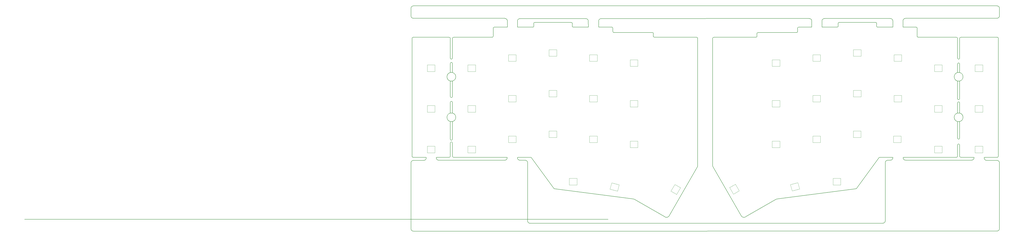
<source format=gm1>
%TF.GenerationSoftware,KiCad,Pcbnew,(5.99.0-10289-g4f191ce2c7)*%
%TF.CreationDate,2021-04-16T01:34:07+03:00*%
%TF.ProjectId,corne-cherry,636f726e-652d-4636-9865-7272792e6b69,3.0.1*%
%TF.SameCoordinates,Original*%
%TF.FileFunction,Profile,NP*%
%FSLAX46Y46*%
G04 Gerber Fmt 4.6, Leading zero omitted, Abs format (unit mm)*
G04 Created by KiCad (PCBNEW (5.99.0-10289-g4f191ce2c7)) date 2021-04-16 01:34:07*
%MOMM*%
%LPD*%
G01*
G04 APERTURE LIST*
%TA.AperFunction,Profile*%
%ADD10C,0.200000*%
%TD*%
%ADD11C,0.200000*%
%TA.AperFunction,Profile*%
%ADD12C,0.120000*%
%TD*%
G04 APERTURE END LIST*
D10*
X29107500Y-36530000D02*
G75*
G03*
X30107500Y-36530000I500000J0D01*
G01*
X30107500Y-36530000D02*
X30107500Y-27280000D01*
X29107500Y-27280000D02*
X29107500Y-36530000D01*
X29107500Y-54530000D02*
X29107500Y-47279999D01*
X30107500Y-54530000D02*
X30107500Y-47279999D01*
X29107500Y-54530000D02*
G75*
G03*
X30107500Y-54530000I500000J0D01*
G01*
X17807500Y-83020309D02*
X17812500Y-83250000D01*
X17812500Y-83250000D02*
X17812300Y-83252000D01*
X17812300Y-83252000D02*
X17812300Y-83252000D01*
X17812300Y-83252000D02*
X17789600Y-83483000D01*
X17789600Y-83483000D02*
X17789600Y-83483000D01*
X17789600Y-83483000D02*
X17789600Y-83483000D01*
X17789600Y-83483000D02*
X17789600Y-83484000D01*
X17789600Y-83484000D02*
X17788600Y-83488000D01*
X17788600Y-83488000D02*
X17787700Y-83493000D01*
X17787700Y-83493000D02*
X17720800Y-83714000D01*
X17720800Y-83714000D02*
X17720600Y-83715000D01*
X17720600Y-83715000D02*
X17718800Y-83719000D01*
X17718800Y-83719000D02*
X17717000Y-83724000D01*
X17717000Y-83724000D02*
X17608200Y-83928000D01*
X17608200Y-83928000D02*
X17607900Y-83929000D01*
X17607900Y-83929000D02*
X17605400Y-83932000D01*
X17605400Y-83932000D02*
X17602800Y-83936000D01*
X17602800Y-83936000D02*
X17456400Y-84116000D01*
X17456400Y-84116000D02*
X17456400Y-84116000D01*
X17456400Y-84116000D02*
X17456400Y-84116000D01*
X17456400Y-84116000D02*
X17455900Y-84116000D01*
X17455900Y-84116000D02*
X17452700Y-84120000D01*
X17452700Y-84120000D02*
X17449500Y-84123000D01*
X17449500Y-84123000D02*
X17270900Y-84271000D01*
X17270900Y-84271000D02*
X17270400Y-84271000D01*
X17270400Y-84271000D02*
X17266600Y-84273000D01*
X17266600Y-84273000D02*
X17262800Y-84276000D01*
X17262800Y-84276000D02*
X17059000Y-84386000D01*
X17059000Y-84386000D02*
X17059000Y-84386000D01*
X17059000Y-84386000D02*
X17059000Y-84386000D01*
X17059000Y-84386000D02*
X17058300Y-84387000D01*
X17058300Y-84387000D02*
X17054200Y-84388000D01*
X17054200Y-84388000D02*
X17050000Y-84390000D01*
X17050000Y-84390000D02*
X16828600Y-84459000D01*
X16828600Y-84459000D02*
X16827900Y-84459000D01*
X16827900Y-84459000D02*
X16823500Y-84460000D01*
X16823500Y-84460000D02*
X16819000Y-84460000D01*
X16819000Y-84460000D02*
X16588500Y-84485000D01*
X16588500Y-84485000D02*
X16587800Y-84485000D01*
X16587800Y-84485000D02*
X16585600Y-84485000D01*
X16585600Y-84485000D02*
X16583500Y-84485000D01*
X16583500Y-84485000D02*
X16577500Y-84485000D01*
X16577500Y-84485000D02*
X16577400Y-84485000D01*
X16577400Y-84485000D02*
X11825200Y-84485000D01*
X11825200Y-84485000D02*
X11819400Y-84485000D01*
X11819400Y-84485000D02*
X11596300Y-84508000D01*
X11596300Y-84508000D02*
X11384300Y-84574000D01*
X11384300Y-84574000D02*
X11189100Y-84680000D01*
X11189100Y-84680000D02*
X11018000Y-84821000D01*
X11018000Y-84821000D02*
X10877800Y-84993000D01*
X10877800Y-84993000D02*
X10773600Y-85189000D01*
X10773600Y-85189000D02*
X10709400Y-85402000D01*
X10709400Y-85402000D02*
X10687500Y-85625000D01*
X10687500Y-116497000D02*
X10687500Y-116503000D01*
X10687500Y-116503000D02*
X10711000Y-116726000D01*
X10711000Y-116726000D02*
X10776600Y-116938000D01*
X10776600Y-116938000D02*
X10882200Y-117133000D01*
X10882200Y-117133000D02*
X11023600Y-117304000D01*
X11023600Y-117304000D02*
X11195700Y-117445000D01*
X11195700Y-117445000D02*
X11391600Y-117549000D01*
X11391600Y-117549000D02*
X11604100Y-117613000D01*
X11604100Y-117613000D02*
X11827400Y-117635000D01*
X-170226350Y-112097500D02*
X103003750Y-112088500D01*
X285055500Y-12038500D02*
X11825200Y-12047500D01*
X11825200Y-12047500D02*
X11819400Y-12047500D01*
X11819400Y-12047500D02*
X11596300Y-12071000D01*
X11596300Y-12071000D02*
X11384300Y-12136600D01*
X11384300Y-12136600D02*
X11189100Y-12242200D01*
X11189100Y-12242200D02*
X11018000Y-12383700D01*
X11018000Y-12383700D02*
X10877800Y-12555700D01*
X10877800Y-12555700D02*
X10773600Y-12751600D01*
X10773600Y-12751600D02*
X10709400Y-12964100D01*
X10709400Y-12964100D02*
X10687500Y-13187500D01*
X10687500Y-13187500D02*
X10687500Y-16747300D01*
X10687500Y-16747300D02*
X10687500Y-16753100D01*
X10687500Y-16753100D02*
X10711000Y-16976200D01*
X10711000Y-16976200D02*
X10776600Y-17188200D01*
X10776600Y-17188200D02*
X10882200Y-17383500D01*
X10882200Y-17383500D02*
X11023600Y-17554500D01*
X11023600Y-17554500D02*
X11195700Y-17694800D01*
X11195700Y-17694800D02*
X11391600Y-17799000D01*
X11391600Y-17799000D02*
X11604100Y-17863100D01*
X11604100Y-17863100D02*
X11827400Y-17885000D01*
X11827400Y-17885000D02*
X54577400Y-17885000D01*
X54577400Y-17885000D02*
X54579900Y-17885300D01*
X54579900Y-17885300D02*
X54579900Y-17885300D01*
X54579900Y-17885300D02*
X54810500Y-17907900D01*
X54810500Y-17907900D02*
X54810500Y-17907900D01*
X54810500Y-17907900D02*
X54810500Y-17907900D01*
X54810500Y-17907900D02*
X54811200Y-17907900D01*
X54811200Y-17907900D02*
X54815600Y-17908900D01*
X54815600Y-17908900D02*
X54820100Y-17909800D01*
X54820100Y-17909800D02*
X55042000Y-17976800D01*
X55042000Y-17976800D02*
X55042600Y-17977000D01*
X55042600Y-17977000D02*
X55046800Y-17978700D01*
X55046800Y-17978700D02*
X55051000Y-17980500D01*
X55051000Y-17980500D02*
X55255600Y-18089300D01*
X55255600Y-18089300D02*
X55255600Y-18089300D01*
X55255600Y-18089300D02*
X55255600Y-18089300D01*
X55255600Y-18089300D02*
X55256200Y-18089600D01*
X55256200Y-18089600D02*
X55260000Y-18092200D01*
X55260000Y-18092200D02*
X55263800Y-18094700D01*
X55263800Y-18094700D02*
X55443400Y-18241200D01*
X55443400Y-18241200D02*
X55443900Y-18241600D01*
X55443900Y-18241600D02*
X55447000Y-18244800D01*
X55447000Y-18244800D02*
X55450300Y-18248000D01*
X55450300Y-18248000D02*
X55598000Y-18426600D01*
X55598000Y-18426600D02*
X55598400Y-18427100D01*
X55598400Y-18427100D02*
X55600900Y-18430900D01*
X55600900Y-18430900D02*
X55603500Y-18434700D01*
X55603500Y-18434700D02*
X55713700Y-18638600D01*
X55713700Y-18638600D02*
X55713700Y-18638600D01*
X55713700Y-18638600D02*
X55713700Y-18638600D01*
X55713700Y-18638600D02*
X55714000Y-18639200D01*
X55714000Y-18639200D02*
X55715700Y-18643400D01*
X55715700Y-18643400D02*
X55717500Y-18647600D01*
X55717500Y-18647600D02*
X55786000Y-18869000D01*
X55786000Y-18869000D02*
X55786200Y-18869600D01*
X55786200Y-18869600D02*
X55787100Y-18874100D01*
X55787100Y-18874100D02*
X55788000Y-18878500D01*
X55788000Y-18878500D02*
X55812200Y-19109000D01*
X55812200Y-19109000D02*
X55812300Y-19109700D01*
X55812300Y-19109700D02*
X55812200Y-19111900D01*
X55812200Y-19111900D02*
X55812500Y-19114100D01*
X55812500Y-19114100D02*
X55812500Y-19120000D01*
X55812500Y-19120000D02*
X55812500Y-19120100D01*
X55812500Y-19120100D02*
X55817500Y-22020252D01*
X60557500Y-83021073D02*
X60562500Y-83247000D01*
X60562500Y-83247000D02*
X60562500Y-83253000D01*
X60562500Y-83253000D02*
X60586000Y-83476000D01*
X60586000Y-83476000D02*
X60651600Y-83688000D01*
X60651600Y-83688000D02*
X60757200Y-83883000D01*
X60757200Y-83883000D02*
X60898600Y-84054000D01*
X60898600Y-84054000D02*
X61070700Y-84195000D01*
X61070700Y-84195000D02*
X61266600Y-84299000D01*
X61266600Y-84299000D02*
X61479100Y-84363000D01*
X61479100Y-84363000D02*
X61702400Y-84385000D01*
X61702400Y-84385000D02*
X64077400Y-84385000D01*
X64077400Y-84385000D02*
X64079900Y-84385000D01*
X64079900Y-84385000D02*
X64079900Y-84385000D01*
X64079900Y-84385000D02*
X64310500Y-84408000D01*
X64310500Y-84408000D02*
X64310500Y-84408000D01*
X64310500Y-84408000D02*
X64310500Y-84408000D01*
X64310500Y-84408000D02*
X64311200Y-84408000D01*
X64311200Y-84408000D02*
X64315600Y-84409000D01*
X64315600Y-84409000D02*
X64320100Y-84410000D01*
X64320100Y-84410000D02*
X64542000Y-84477000D01*
X64542000Y-84477000D02*
X64542599Y-84477000D01*
X64542599Y-84477000D02*
X64546800Y-84479000D01*
X64546800Y-84479000D02*
X64551000Y-84480000D01*
X64551000Y-84480000D02*
X64755600Y-84589000D01*
X64755600Y-84589000D02*
X64755600Y-84589000D01*
X64755600Y-84589000D02*
X64755600Y-84589000D01*
X64755600Y-84589000D02*
X64756199Y-84590000D01*
X64756199Y-84590000D02*
X64759999Y-84592000D01*
X64759999Y-84592000D02*
X64763800Y-84595000D01*
X64763800Y-84595000D02*
X64943400Y-84741000D01*
X64943400Y-84741000D02*
X64943900Y-84742000D01*
X64943900Y-84742000D02*
X64947000Y-84745000D01*
X64947000Y-84745000D02*
X64950300Y-84748000D01*
X64950300Y-84748000D02*
X65098000Y-84927000D01*
X65098000Y-84927000D02*
X65098400Y-84927000D01*
X65098400Y-84927000D02*
X65100900Y-84931000D01*
X65100900Y-84931000D02*
X65103500Y-84935000D01*
X65103500Y-84935000D02*
X65213700Y-85139000D01*
X65213700Y-85139000D02*
X65213700Y-85139000D01*
X65213700Y-85139000D02*
X65213700Y-85139000D01*
X65213700Y-85139000D02*
X65214000Y-85139000D01*
X65214000Y-85139000D02*
X65215700Y-85143000D01*
X65215700Y-85143000D02*
X65217500Y-85148000D01*
X65217500Y-85148000D02*
X65286000Y-85369000D01*
X65286000Y-85369000D02*
X65286200Y-85370000D01*
X65286200Y-85370000D02*
X65287100Y-85374000D01*
X65287100Y-85374000D02*
X65288000Y-85379000D01*
X65288000Y-85379000D02*
X65312200Y-85609000D01*
X65312200Y-85609000D02*
X65312300Y-85610000D01*
X65312300Y-85610000D02*
X65312200Y-85612000D01*
X65312200Y-85612000D02*
X65312500Y-85614000D01*
X65312500Y-85614000D02*
X65312500Y-85620000D01*
X65312500Y-85620000D02*
X65312500Y-85620000D01*
X65312500Y-85620000D02*
X65312500Y-112797000D01*
X65312500Y-112797000D02*
X65312500Y-112803000D01*
X65312500Y-112803000D02*
X65336000Y-113026000D01*
X65336000Y-113026000D02*
X65401600Y-113238000D01*
X65401600Y-113238000D02*
X65507200Y-113433000D01*
X65507200Y-113433000D02*
X65648600Y-113604000D01*
X65648600Y-113604000D02*
X65820700Y-113745000D01*
X65820700Y-113745000D02*
X66016600Y-113849000D01*
X66016600Y-113849000D02*
X66229100Y-113913000D01*
X66229100Y-113913000D02*
X66452400Y-113935000D01*
X66454500Y-113934000D02*
X231619500Y-113926000D01*
X197180500Y-17976000D02*
X99700500Y-17985000D01*
X99700500Y-17985000D02*
X99694500Y-17985000D01*
X99694500Y-17985000D02*
X99471500Y-18008500D01*
X99471500Y-18008500D02*
X99259500Y-18074100D01*
X99259500Y-18074100D02*
X99064500Y-18179700D01*
X99064500Y-18179700D02*
X98893500Y-18321200D01*
X98893500Y-18321200D02*
X98752500Y-18493200D01*
X98752500Y-18493200D02*
X98648500Y-18689100D01*
X98648500Y-18689100D02*
X98584500Y-18901600D01*
X98584500Y-18901600D02*
X98562500Y-19125000D01*
X98562500Y-19125000D02*
X98567500Y-22018729D01*
X22567500Y-83020309D02*
X22562500Y-83247000D01*
X22562500Y-83247000D02*
X22562500Y-83253000D01*
X22562500Y-83253000D02*
X22586000Y-83476000D01*
X22586000Y-83476000D02*
X22651600Y-83688000D01*
X22651600Y-83688000D02*
X22757200Y-83883000D01*
X22757200Y-83883000D02*
X22898600Y-84054000D01*
X22898600Y-84054000D02*
X23070700Y-84195000D01*
X23070700Y-84195000D02*
X23266600Y-84299000D01*
X23266600Y-84299000D02*
X23479100Y-84363000D01*
X23479100Y-84363000D02*
X23702400Y-84385000D01*
X23702400Y-84385000D02*
X54574800Y-84385000D01*
X54574800Y-84385000D02*
X54580600Y-84385000D01*
X54580600Y-84385000D02*
X54803700Y-84362000D01*
X54803700Y-84362000D02*
X55015700Y-84296000D01*
X55015700Y-84296000D02*
X55210900Y-84190000D01*
X55210900Y-84190000D02*
X55382000Y-84049000D01*
X55382000Y-84049000D02*
X55522200Y-83877000D01*
X55522200Y-83877000D02*
X55626400Y-83681000D01*
X55626400Y-83681000D02*
X55690600Y-83468000D01*
X55690600Y-83468000D02*
X55712500Y-83245000D01*
X55712500Y-83245000D02*
X55717500Y-83020309D01*
X93727500Y-22020252D02*
X93712500Y-19122700D01*
X93712500Y-19122700D02*
X93712500Y-19116900D01*
X93712500Y-19116900D02*
X93689000Y-18893800D01*
X93689000Y-18893800D02*
X93623400Y-18681800D01*
X93623400Y-18681800D02*
X93517800Y-18486600D01*
X93517800Y-18486600D02*
X93376300Y-18315600D01*
X93376300Y-18315600D02*
X93204300Y-18175300D01*
X93204300Y-18175300D02*
X93008400Y-18071100D01*
X93008400Y-18071100D02*
X92795900Y-18006900D01*
X92795900Y-18006900D02*
X92572600Y-17985000D01*
X92572600Y-17985000D02*
X61700200Y-17985000D01*
X61700200Y-17985000D02*
X61694400Y-17985000D01*
X61694400Y-17985000D02*
X61471300Y-18008500D01*
X61471300Y-18008500D02*
X61259300Y-18074100D01*
X61259300Y-18074100D02*
X61064100Y-18179700D01*
X61064100Y-18179700D02*
X60893000Y-18321200D01*
X60893000Y-18321200D02*
X60752800Y-18493200D01*
X60752800Y-18493200D02*
X60648600Y-18689100D01*
X60648600Y-18689100D02*
X60584400Y-18901600D01*
X60584400Y-18901600D02*
X60562500Y-19125000D01*
X60562500Y-19125000D02*
X60577500Y-22018729D01*
X10687500Y-85625000D02*
X10687500Y-116497000D01*
X236317500Y-22026729D02*
X236319500Y-19113700D01*
X236319500Y-19113700D02*
X236319500Y-19107900D01*
X236319500Y-19107900D02*
X236296500Y-18884800D01*
X236296500Y-18884800D02*
X236230500Y-18672800D01*
X236230500Y-18672800D02*
X236125500Y-18477600D01*
X236125500Y-18477600D02*
X235983500Y-18306600D01*
X235983500Y-18306600D02*
X235811500Y-18166300D01*
X235811500Y-18166300D02*
X235615500Y-18062100D01*
X235615500Y-18062100D02*
X235403500Y-17997900D01*
X235403500Y-17997900D02*
X235180500Y-17976000D01*
X235180500Y-17976000D02*
X204307500Y-17976000D01*
X204307500Y-17976000D02*
X204301500Y-17976000D01*
X204301500Y-17976000D02*
X204078500Y-17999500D01*
X204078500Y-17999500D02*
X203866500Y-18065100D01*
X203866500Y-18065100D02*
X203671500Y-18170700D01*
X203671500Y-18170700D02*
X203500500Y-18312200D01*
X203500500Y-18312200D02*
X203360500Y-18484200D01*
X203360500Y-18484200D02*
X203256500Y-18680100D01*
X203256500Y-18680100D02*
X203191500Y-18892600D01*
X203191500Y-18892600D02*
X203170500Y-19116000D01*
X203170500Y-19116000D02*
X203167500Y-22028252D01*
X280302500Y-84476000D02*
X280071500Y-84453000D01*
X285864500Y-117290000D02*
X286004500Y-117118000D01*
X197811500Y-18166300D02*
X197615500Y-18062100D01*
X197983500Y-18306600D02*
X197811500Y-18166300D01*
X286194500Y-85608000D02*
X286195500Y-116486000D01*
X198327500Y-22026729D02*
X198319500Y-19113700D01*
X198319500Y-19113700D02*
X198319500Y-19107900D01*
X198319500Y-19107900D02*
X198296500Y-18884800D01*
X198296500Y-18884800D02*
X198230500Y-18672800D01*
X198230500Y-18672800D02*
X198125500Y-18477600D01*
X198125500Y-18477600D02*
X197983500Y-18306600D01*
X197615500Y-18062100D02*
X197403500Y-17997900D01*
X197403500Y-17997900D02*
X197180500Y-17976000D01*
X241177500Y-83027309D02*
X241170500Y-83238000D01*
X241170500Y-83238000D02*
X241170500Y-83244000D01*
X241170500Y-83244000D02*
X241193500Y-83467000D01*
X241193500Y-83467000D02*
X241259500Y-83679000D01*
X241259500Y-83679000D02*
X241364500Y-83874000D01*
X241364500Y-83874000D02*
X241506500Y-84045000D01*
X241506500Y-84045000D02*
X241678500Y-84186000D01*
X241678500Y-84186000D02*
X241874500Y-84290000D01*
X241874500Y-84290000D02*
X242086500Y-84354000D01*
X242086500Y-84354000D02*
X242309500Y-84376000D01*
X242309500Y-84376000D02*
X273182500Y-84376000D01*
X273182500Y-84376000D02*
X273188500Y-84376000D01*
X273188500Y-84376000D02*
X273411500Y-84353000D01*
X273411500Y-84353000D02*
X273623500Y-84287000D01*
X273623500Y-84287000D02*
X273818500Y-84181000D01*
X273818500Y-84181000D02*
X273989500Y-84040000D01*
X273989500Y-84040000D02*
X274129500Y-83868000D01*
X274129500Y-83868000D02*
X274233500Y-83672000D01*
X274233500Y-83672000D02*
X274298500Y-83459000D01*
X274298500Y-83459000D02*
X274319500Y-83236000D01*
X274319500Y-83236000D02*
X274327500Y-83027309D01*
X231619500Y-113926000D02*
X231625500Y-113926000D01*
X231625500Y-113926000D02*
X231848500Y-113903000D01*
X231848500Y-113903000D02*
X232060500Y-113837000D01*
X232060500Y-113837000D02*
X232255500Y-113731000D01*
X232255500Y-113731000D02*
X232426500Y-113590000D01*
X232426500Y-113590000D02*
X232567500Y-113418000D01*
X232567500Y-113418000D02*
X232671500Y-113222000D01*
X232671500Y-113222000D02*
X232735500Y-113009000D01*
X232735500Y-113009000D02*
X232757500Y-112786000D01*
X232757500Y-112786000D02*
X232757500Y-85611000D01*
X232757500Y-85611000D02*
X232757500Y-85609000D01*
X232757500Y-85609000D02*
X232757500Y-85609000D01*
X232757500Y-85609000D02*
X232780500Y-85378000D01*
X232780500Y-85378000D02*
X232780500Y-85378000D01*
X232780500Y-85378000D02*
X232780500Y-85378000D01*
X232780500Y-85378000D02*
X232780500Y-85377000D01*
X232780500Y-85377000D02*
X232781500Y-85373000D01*
X232781500Y-85373000D02*
X232782500Y-85368000D01*
X232782500Y-85368000D02*
X232849500Y-85147000D01*
X232849500Y-85147000D02*
X232849500Y-85146000D01*
X232849500Y-85146000D02*
X232851500Y-85142000D01*
X232851500Y-85142000D02*
X232852500Y-85138000D01*
X232852500Y-85138000D02*
X232961500Y-84933000D01*
X232961500Y-84933000D02*
X232961500Y-84933000D01*
X232961500Y-84933000D02*
X232961500Y-84933000D01*
X232961500Y-84933000D02*
X232962500Y-84932000D01*
X232962500Y-84932000D02*
X232964500Y-84929000D01*
X232964500Y-84929000D02*
X232967500Y-84925000D01*
X232967500Y-84925000D02*
X233113500Y-84745000D01*
X233113500Y-84745000D02*
X233114500Y-84745000D01*
X233114500Y-84745000D02*
X233117500Y-84741000D01*
X233117500Y-84741000D02*
X233120500Y-84738000D01*
X233120500Y-84738000D02*
X233299500Y-84591000D01*
X233299500Y-84591000D02*
X233299500Y-84590000D01*
X233299500Y-84590000D02*
X233303500Y-84588000D01*
X233303500Y-84588000D02*
X233307500Y-84585000D01*
X233307500Y-84585000D02*
X233511500Y-84475000D01*
X233511500Y-84475000D02*
X233511500Y-84475000D01*
X233511500Y-84475000D02*
X233511500Y-84475000D01*
X233511500Y-84475000D02*
X233511500Y-84474000D01*
X233511500Y-84474000D02*
X233515500Y-84473000D01*
X233515500Y-84473000D02*
X233520500Y-84471000D01*
X233520500Y-84471000D02*
X233741500Y-84403000D01*
X233741500Y-84403000D02*
X233741500Y-84403000D01*
X233741500Y-84403000D02*
X233742500Y-84402000D01*
X233742500Y-84402000D02*
X233746500Y-84401000D01*
X233746500Y-84401000D02*
X233750500Y-84401000D01*
X233750500Y-84401000D02*
X233981500Y-84376000D01*
X233981500Y-84376000D02*
X233982500Y-84376000D01*
X233982500Y-84376000D02*
X233984500Y-84376000D01*
X233984500Y-84376000D02*
X233986500Y-84376000D01*
X233986500Y-84376000D02*
X233992500Y-84376000D01*
X233992500Y-84376000D02*
X233992500Y-84376000D01*
X233992500Y-84376000D02*
X235182500Y-84376000D01*
X235182500Y-84376000D02*
X235188500Y-84376000D01*
X235188500Y-84376000D02*
X235411500Y-84353000D01*
X235411500Y-84353000D02*
X235623500Y-84287000D01*
X235623500Y-84287000D02*
X235818500Y-84181000D01*
X235818500Y-84181000D02*
X235989500Y-84040000D01*
X235989500Y-84040000D02*
X236129500Y-83868000D01*
X236129500Y-83868000D02*
X236233500Y-83672000D01*
X236233500Y-83672000D02*
X236298500Y-83459000D01*
X236298500Y-83459000D02*
X236320500Y-83236000D01*
X236320500Y-83236000D02*
X236327500Y-83028073D01*
X241092500Y-18877300D02*
X241093500Y-18872900D01*
X241093500Y-18872900D02*
X241094500Y-18868400D01*
X241094500Y-18868400D02*
X241161500Y-18646500D01*
X241161500Y-18646500D02*
X241161500Y-18645900D01*
X241161500Y-18645900D02*
X241163500Y-18641700D01*
X241163500Y-18641700D02*
X241165500Y-18637500D01*
X241165500Y-18637500D02*
X241274500Y-18432900D01*
X241274500Y-18432900D02*
X241274500Y-18432900D01*
X241274500Y-18432900D02*
X241274500Y-18432900D01*
X241274500Y-18432900D02*
X241274500Y-18432300D01*
X241274500Y-18432300D02*
X241277500Y-18428500D01*
X241277500Y-18428500D02*
X241279500Y-18424800D01*
X241279500Y-18424800D02*
X241426500Y-18245200D01*
X241426500Y-18245200D02*
X241426500Y-18244600D01*
X241426500Y-18244600D02*
X241429500Y-18241500D01*
X241429500Y-18241500D02*
X241433500Y-18238200D01*
X241433500Y-18238200D02*
X241611500Y-18090500D01*
X241611500Y-18090500D02*
X241612500Y-18090100D01*
X241612500Y-18090100D02*
X241615500Y-18087600D01*
X241615500Y-18087600D02*
X241619500Y-18085100D01*
X241619500Y-18085100D02*
X241823500Y-17974800D01*
X241823500Y-17974800D02*
X241823500Y-17974800D01*
X241823500Y-17974800D02*
X241823500Y-17974800D01*
X241823500Y-17974800D02*
X241824500Y-17974500D01*
X241824500Y-17974500D02*
X241828500Y-17972800D01*
X241828500Y-17972800D02*
X241832500Y-17971000D01*
X241832500Y-17971000D02*
X242053500Y-17902500D01*
X242053500Y-17902500D02*
X242053500Y-17902500D01*
X242053500Y-17902500D02*
X242054500Y-17902300D01*
X242054500Y-17902300D02*
X242059500Y-17901500D01*
X242059500Y-17901500D02*
X242063500Y-17900500D01*
X242063500Y-17900500D02*
X242293500Y-17876300D01*
X242293500Y-17876300D02*
X242294500Y-17876300D01*
X242294500Y-17876300D02*
X242296500Y-17876300D01*
X242296500Y-17876300D02*
X242299500Y-17876000D01*
X242299500Y-17876000D02*
X242304500Y-17876000D01*
X242304500Y-17876000D02*
X242305500Y-17876000D01*
X242305500Y-17876000D02*
X285057500Y-17876000D01*
X285057500Y-17876000D02*
X285063500Y-17876000D01*
X285063500Y-17876000D02*
X285286500Y-17852600D01*
X285286500Y-17852600D02*
X285498500Y-17786900D01*
X285498500Y-17786900D02*
X285693500Y-17681400D01*
X285693500Y-17681400D02*
X285864500Y-17539900D01*
X285864500Y-17539900D02*
X286004500Y-17367900D01*
X286004500Y-17367900D02*
X286108500Y-17171900D01*
X286108500Y-17171900D02*
X286173500Y-16959400D01*
X286173500Y-16959400D02*
X286195500Y-16736100D01*
X286195500Y-16736100D02*
X286194500Y-13176200D01*
X286194500Y-13176200D02*
X286194500Y-13170400D01*
X286194500Y-13170400D02*
X286171500Y-12947300D01*
X286171500Y-12947300D02*
X286105500Y-12735300D01*
X286105500Y-12735300D02*
X286000500Y-12540100D01*
X286000500Y-12540100D02*
X285858500Y-12369100D01*
X285858500Y-12369100D02*
X285686500Y-12228800D01*
X285686500Y-12228800D02*
X285490500Y-12124600D01*
X285490500Y-12124600D02*
X285278500Y-12060400D01*
X285278500Y-12060400D02*
X285055500Y-12038500D01*
X241077500Y-22028252D02*
X241069500Y-19111100D01*
X241069500Y-19111100D02*
X241070500Y-19108600D01*
X241070500Y-19108600D02*
X241092500Y-18878000D01*
X241092500Y-18878000D02*
X241092500Y-18878000D01*
X241092500Y-18878000D02*
X241092500Y-18878000D01*
X241092500Y-18878000D02*
X241092500Y-18877300D01*
X279070500Y-83251000D02*
X279070500Y-83249000D01*
X279070500Y-83249000D02*
X279070500Y-83247000D01*
X279070500Y-83247000D02*
X279070500Y-83241000D01*
X279070500Y-83241000D02*
X279069500Y-83241000D01*
X279069500Y-83241000D02*
X279077500Y-83028073D01*
X279165500Y-83713000D02*
X279096500Y-83492000D01*
X279096500Y-83492000D02*
X279096500Y-83491000D01*
X279096500Y-83491000D02*
X279095500Y-83487000D01*
X279095500Y-83487000D02*
X279094500Y-83483000D01*
X279094500Y-83483000D02*
X279070500Y-83252000D01*
X279070500Y-83252000D02*
X279070500Y-83251000D01*
X285057500Y-117626000D02*
X285063500Y-117626000D01*
X285063500Y-117626000D02*
X285286500Y-117603000D01*
X285286500Y-117603000D02*
X285498500Y-117537000D01*
X285498500Y-117537000D02*
X285693500Y-117431000D01*
X285693500Y-117431000D02*
X285864500Y-117290000D01*
X286004500Y-117118000D02*
X286108500Y-116922000D01*
X286108500Y-116922000D02*
X286173500Y-116709000D01*
X286173500Y-116709000D02*
X286195500Y-116486000D01*
X286194500Y-85608000D02*
X286171500Y-85385000D01*
X286171500Y-85385000D02*
X286105500Y-85173000D01*
X286105500Y-85173000D02*
X286000500Y-84978000D01*
X286000500Y-84978000D02*
X285858500Y-84807000D01*
X285858500Y-84807000D02*
X285686500Y-84666000D01*
X285686500Y-84666000D02*
X285490500Y-84562000D01*
X285490500Y-84562000D02*
X285278500Y-84498000D01*
X285278500Y-84498000D02*
X285055500Y-84476000D01*
X285055500Y-84476000D02*
X280305500Y-84476000D01*
X280305500Y-84476000D02*
X280302500Y-84476000D01*
X280302500Y-84476000D02*
X280302500Y-84476000D01*
X280071500Y-84453000D02*
X280071500Y-84453000D01*
X280071500Y-84453000D02*
X280071500Y-84453000D01*
X280071500Y-84453000D02*
X280071500Y-84453000D01*
X280071500Y-84453000D02*
X280066500Y-84452000D01*
X280066500Y-84452000D02*
X280062500Y-84451000D01*
X280062500Y-84451000D02*
X279840500Y-84384000D01*
X279840500Y-84384000D02*
X279839500Y-84384000D01*
X279839500Y-84384000D02*
X279835500Y-84382000D01*
X279835500Y-84382000D02*
X279831500Y-84381000D01*
X279831500Y-84381000D02*
X279626500Y-84272000D01*
X279626500Y-84272000D02*
X279626500Y-84272000D01*
X279626500Y-84272000D02*
X279626500Y-84271000D01*
X279626500Y-84271000D02*
X279622500Y-84269000D01*
X279622500Y-84269000D02*
X279618500Y-84266000D01*
X279618500Y-84266000D02*
X279439500Y-84120000D01*
X279439500Y-84120000D02*
X279439500Y-84120000D01*
X279439500Y-84120000D02*
X279439500Y-84120000D01*
X279439500Y-84120000D02*
X279438500Y-84119000D01*
X279438500Y-84119000D02*
X279435500Y-84116000D01*
X279435500Y-84116000D02*
X279432500Y-84113000D01*
X279432500Y-84113000D02*
X279284500Y-83934000D01*
X279284500Y-83934000D02*
X279284500Y-83934000D01*
X279284500Y-83934000D02*
X279281500Y-83930000D01*
X279281500Y-83930000D02*
X279279500Y-83926000D01*
X279279500Y-83926000D02*
X279168500Y-83722000D01*
X279168500Y-83722000D02*
X279168500Y-83722000D01*
X279168500Y-83722000D02*
X279168500Y-83722000D01*
X279168500Y-83722000D02*
X279168500Y-83722000D01*
X279168500Y-83722000D02*
X279166500Y-83718000D01*
X279166500Y-83718000D02*
X279165500Y-83713000D01*
D11*
X181629500Y-102678000D02*
X181831194Y-102623772D01*
X182035714Y-102581995D01*
X182242483Y-102552784D01*
X182284056Y-102548460D01*
X152181791Y-87625717D02*
X152092308Y-87446848D01*
X152016826Y-87232231D01*
X151970652Y-87009589D01*
X151954558Y-86781896D01*
X151954700Y-86753228D01*
D10*
X191706177Y-24025707D02*
X191706177Y-22527109D01*
X173204835Y-24526087D02*
X191205797Y-24526087D01*
D11*
X151954700Y-27278174D02*
X152004025Y-27061480D01*
X152136643Y-26892482D01*
X152329668Y-26794061D01*
X152454583Y-26778301D01*
D10*
X151955216Y-27276904D02*
X151955216Y-86750945D01*
X285704628Y-27278174D02*
X285706404Y-82526930D01*
X211205737Y-19776292D02*
X228205940Y-19776292D01*
X210705358Y-21526350D02*
X210705358Y-20276671D01*
X192206556Y-22026729D02*
X198327500Y-22026729D01*
X181629500Y-102678000D02*
X167335417Y-110939084D01*
X172706995Y-25026466D02*
X172704713Y-26278179D01*
D11*
X172704713Y-25028242D02*
X172753965Y-24811463D01*
X172886565Y-24642379D01*
X173079623Y-24543895D01*
X173204577Y-24528121D01*
D10*
X247705501Y-22527109D02*
X247705501Y-26276145D01*
X229206699Y-22026729D02*
X236317500Y-22026729D01*
X228706320Y-20276671D02*
X228706320Y-21526350D01*
X152455595Y-26776525D02*
X172204592Y-26778301D01*
D11*
X285704628Y-82528200D02*
X285655268Y-82744959D01*
X285522578Y-82913978D01*
X285329467Y-83012363D01*
X285204506Y-83028073D01*
X285204506Y-83028073D02*
X285204501Y-83028073D01*
X285204501Y-26778301D02*
X285421283Y-26827550D01*
X285590371Y-26960154D01*
X285688854Y-27153216D01*
X285704628Y-27278169D01*
X285704628Y-27278169D02*
X285704628Y-27278174D01*
X248204611Y-26778301D02*
X247987827Y-26729049D01*
X247818742Y-26596443D01*
X247720261Y-26403380D01*
X247704489Y-26278427D01*
X247704489Y-26278427D02*
X247704489Y-26278179D01*
X247204616Y-22028252D02*
X247421308Y-22077580D01*
X247590305Y-22210193D01*
X247688727Y-22403212D01*
X247704489Y-22528126D01*
X229204665Y-22028252D02*
X228987881Y-21979001D01*
X228818796Y-21846395D01*
X228720316Y-21653331D01*
X228704544Y-21528379D01*
X228704544Y-21528379D02*
X228704544Y-21528126D01*
X228204670Y-19778068D02*
X228421429Y-19827427D01*
X228590449Y-19960116D01*
X228688834Y-20153228D01*
X228704544Y-20278189D01*
X228704544Y-20278189D02*
X228704544Y-20278194D01*
X210704594Y-20278194D02*
X210753843Y-20061411D01*
X210886448Y-19892324D01*
X211079512Y-19793840D01*
X211204467Y-19778068D01*
X211204467Y-19778068D02*
X211204467Y-19778068D01*
X210704594Y-21528126D02*
X210655343Y-21744908D01*
X210522738Y-21913995D01*
X210329674Y-22012479D01*
X210204720Y-22028252D01*
X210204720Y-22028252D02*
X210204472Y-22028252D01*
X191704649Y-22528126D02*
X191753976Y-22311433D01*
X191886589Y-22142436D01*
X192079608Y-22044014D01*
X192204522Y-22028252D01*
X191704649Y-24028247D02*
X191655289Y-24245004D01*
X191522601Y-24414024D01*
X191329489Y-24512410D01*
X191204527Y-24528121D01*
D10*
X165407300Y-110559612D02*
X152181276Y-87627245D01*
D11*
X165410396Y-110564226D02*
X165407300Y-110559612D01*
X167335417Y-110939084D02*
X167151360Y-111043872D01*
X166958612Y-111117871D01*
X166760437Y-111161717D01*
X166560101Y-111176047D01*
X166295270Y-111150338D01*
X166040143Y-111074794D01*
X165859822Y-110986338D01*
X165692581Y-110871334D01*
X165541683Y-110730418D01*
X165410396Y-110564226D01*
D10*
X218954506Y-97778087D02*
X182284056Y-102548460D01*
D11*
X219308071Y-97631789D02*
X219134516Y-97744619D01*
X218954506Y-97778087D01*
D10*
X229851095Y-83174629D02*
X219308071Y-97631789D01*
D11*
X172704713Y-26278179D02*
X172655456Y-26494960D01*
X172522849Y-26664046D01*
X172329784Y-26762528D01*
X172204830Y-26778301D01*
X172204830Y-26778301D02*
X172204592Y-26778301D01*
D10*
X66690339Y-83020073D02*
X60557500Y-83021073D01*
X11690499Y-83020073D02*
X17807500Y-83020309D01*
X49690384Y-22020252D02*
X55817500Y-22020252D01*
X86690528Y-22020252D02*
X93727500Y-22020252D01*
D11*
X124690170Y-26770301D02*
X124690408Y-26770301D01*
X124190287Y-26270179D02*
X124239543Y-26486960D01*
X124372150Y-26656046D01*
X124565215Y-26754528D01*
X124690170Y-26770301D01*
D10*
X67043905Y-83166629D02*
X77586929Y-97623789D01*
X77940494Y-97770087D02*
X114610944Y-102540460D01*
D11*
X129559583Y-110931084D02*
X129743639Y-111035872D01*
X129936387Y-111109871D01*
X130134562Y-111153717D01*
X130334898Y-111168047D01*
X130599729Y-111142338D01*
X130854856Y-111066794D01*
X131035177Y-110978338D01*
X131202418Y-110863334D01*
X131353316Y-110722418D01*
X131484604Y-110556226D01*
X131484604Y-110556226D02*
X131487700Y-110551612D01*
D10*
X131487700Y-110551612D02*
X144713724Y-87619245D01*
D11*
X105190351Y-24020247D02*
X105239710Y-24237004D01*
X105372398Y-24406024D01*
X105565510Y-24504410D01*
X105690473Y-24520121D01*
X105190351Y-22520126D02*
X105141023Y-22303433D01*
X105008410Y-22134436D01*
X104815391Y-22036014D01*
X104690478Y-22020252D01*
X86690280Y-22020252D02*
X86690528Y-22020252D01*
X86190406Y-21520126D02*
X86239656Y-21736908D01*
X86372261Y-21905995D01*
X86565325Y-22004479D01*
X86690280Y-22020252D01*
X85690533Y-19770068D02*
X85690533Y-19770068D01*
X86190406Y-20270194D02*
X86141156Y-20053411D01*
X86008551Y-19884324D01*
X85815487Y-19785840D01*
X85690533Y-19770068D01*
X68190456Y-20270189D02*
X68190456Y-20270194D01*
X68690330Y-19770068D02*
X68473570Y-19819427D01*
X68304550Y-19952116D01*
X68206165Y-20145228D01*
X68190456Y-20270189D01*
X68190456Y-21520379D02*
X68190456Y-21520126D01*
X67690335Y-22020252D02*
X67907118Y-21971001D01*
X68076203Y-21838395D01*
X68174683Y-21645331D01*
X68190456Y-21520379D01*
X49690384Y-22020252D02*
X49473691Y-22069580D01*
X49304694Y-22202193D01*
X49206272Y-22395212D01*
X49190511Y-22520126D01*
X49190511Y-26270427D02*
X49190511Y-26270179D01*
X48690389Y-26770301D02*
X48907172Y-26721049D01*
X49076257Y-26588443D01*
X49174738Y-26395380D01*
X49190511Y-26270427D01*
X11190372Y-27270169D02*
X11190372Y-27270174D01*
X11690499Y-26770301D02*
X11473716Y-26819550D01*
X11304628Y-26952154D01*
X11206145Y-27145216D01*
X11190372Y-27270169D01*
X11690494Y-83020073D02*
X11690499Y-83020073D01*
X11190372Y-82520200D02*
X11239731Y-82736959D01*
X11372421Y-82905978D01*
X11565532Y-83004363D01*
X11690494Y-83020073D01*
D10*
X144439405Y-26768525D02*
X124690408Y-26770301D01*
X68190456Y-20270194D02*
X68188680Y-21518350D01*
X67688301Y-22018729D02*
X60577500Y-22018729D01*
X49189499Y-22519109D02*
X49189499Y-26268145D01*
D11*
X124190287Y-25020242D02*
X124141034Y-24803463D01*
X124008434Y-24634379D01*
X123815376Y-24535895D01*
X123690423Y-24520121D01*
D10*
X124188005Y-25018466D02*
X124190287Y-26270179D01*
X115265500Y-102670000D02*
X129559583Y-110931084D01*
X104688444Y-22018729D02*
X98567500Y-22018729D01*
X86189642Y-21518350D02*
X86189642Y-20268671D01*
X85689263Y-19768292D02*
X68689060Y-19768292D01*
X11190372Y-27270174D02*
X11188596Y-82518930D01*
X144939784Y-27268904D02*
X144939784Y-86742945D01*
D11*
X144940300Y-27270174D02*
X144890974Y-27053480D01*
X144758356Y-26884482D01*
X144565331Y-26786061D01*
X144440417Y-26770301D01*
D10*
X123690165Y-24518087D02*
X105689203Y-24518087D01*
X105188823Y-24017707D02*
X105188823Y-22519109D01*
D11*
X144713209Y-87617717D02*
X144802691Y-87438848D01*
X144878173Y-87224231D01*
X144924347Y-87001589D01*
X144940441Y-86773896D01*
X144940300Y-86745228D01*
X229851095Y-83174629D02*
X230024624Y-83061650D01*
X230204661Y-83028073D01*
X77586929Y-97623789D02*
X77760483Y-97736619D01*
X77940494Y-97770087D01*
X67043905Y-83166629D02*
X66870375Y-83053650D01*
X66690339Y-83020073D01*
X115265500Y-102670000D02*
X115063805Y-102615772D01*
X114859285Y-102573995D01*
X114652516Y-102544784D01*
X114610944Y-102540460D01*
D10*
X266607500Y-57530000D02*
G75*
G02*
X267607500Y-57530000I500000J0D01*
G01*
X266607500Y-66279998D02*
G75*
G03*
X267607500Y-66279998I500000J1999998D01*
G01*
X266607500Y-47279999D02*
G75*
G02*
X266607500Y-43280001I500000J1999999D01*
G01*
X266107500Y-83030000D02*
G75*
G03*
X266607500Y-82530000I0J500000D01*
G01*
X266107500Y-26780000D02*
X248204611Y-26778301D01*
X29107501Y-43280002D02*
G75*
G02*
X30107500Y-43280002I499999J-1999998D01*
G01*
X266107500Y-26780000D02*
G75*
G02*
X266607500Y-27280000I0J-500000D01*
G01*
X30607500Y-83030000D02*
G75*
G02*
X30107500Y-82530000I0J500000D01*
G01*
X29107500Y-74530000D02*
G75*
G03*
X30107500Y-74530000I500000J0D01*
G01*
X267607500Y-27280000D02*
G75*
G02*
X268107500Y-26780000I500000J0D01*
G01*
X29107500Y-76280000D02*
X29107500Y-82530000D01*
X266607500Y-74030000D02*
X266607500Y-66280000D01*
X30107500Y-27280000D02*
G75*
G02*
X30607500Y-26780000I500000J0D01*
G01*
X267607500Y-57530000D02*
X267607500Y-62280000D01*
X29107500Y-76280000D02*
G75*
G02*
X30107500Y-76280000I500000J0D01*
G01*
X29107500Y-57280000D02*
X29107500Y-62280000D01*
X29107500Y-47279999D02*
G75*
G03*
X30107500Y-47279999I500000J1999999D01*
G01*
X230204661Y-83028073D02*
X236327500Y-83028073D01*
X30107500Y-47279999D02*
G75*
G03*
X30107500Y-43280001I-500000J1999999D01*
G01*
X266607500Y-77280000D02*
X266607500Y-82530000D01*
X30107500Y-57280000D02*
X30107500Y-62280000D01*
X267607500Y-66280000D02*
X267607500Y-74030000D01*
X268107500Y-26780000D02*
X285204501Y-26778301D01*
X267607500Y-47279999D02*
X267607500Y-55530000D01*
X30107500Y-66279999D02*
G75*
G03*
X30107500Y-62280001I-500000J1999999D01*
G01*
X28607500Y-83030000D02*
X22567500Y-83020309D01*
X268107500Y-83030000D02*
X274327500Y-83027309D01*
X29107500Y-66279998D02*
G75*
G03*
X30107500Y-66279998I500000J1999998D01*
G01*
X266607500Y-39280000D02*
X266607500Y-43280001D01*
X28607500Y-26780000D02*
X11690499Y-26770301D01*
X268107500Y-83030000D02*
G75*
G02*
X267607500Y-82530000I0J500000D01*
G01*
X266607500Y-55530000D02*
X266607500Y-47279999D01*
X30107500Y-76280000D02*
X30107500Y-82530000D01*
X29107500Y-57280000D02*
G75*
G02*
X30107500Y-57280000I500000J0D01*
G01*
X266607500Y-36530000D02*
G75*
G03*
X267607500Y-36530000I500000J0D01*
G01*
X210204472Y-22028252D02*
X203167500Y-22028252D01*
X28607500Y-26780000D02*
G75*
G02*
X29107500Y-27280000I0J-500000D01*
G01*
X266607501Y-62280002D02*
G75*
G02*
X267607500Y-62280002I499999J-1999998D01*
G01*
X30607500Y-26780000D02*
X48690389Y-26770301D01*
X29107500Y-62280001D02*
G75*
G02*
X30107500Y-62280001I500000J-1999999D01*
G01*
X267607500Y-47279999D02*
G75*
G03*
X267607500Y-43280001I-500000J1999999D01*
G01*
X266607500Y-77280000D02*
G75*
G02*
X267607500Y-77280000I500000J0D01*
G01*
X29107500Y-39030000D02*
X29107500Y-43280000D01*
X266607500Y-62280000D02*
X266607500Y-57530000D01*
X266607500Y-43280002D02*
G75*
G02*
X267607500Y-43280002I500000J-1999998D01*
G01*
X267607500Y-39280000D02*
X267607500Y-43280001D01*
X29107500Y-47279999D02*
G75*
G02*
X29107500Y-43280001I500000J1999999D01*
G01*
X29107500Y-39030000D02*
G75*
G02*
X30107500Y-39030000I500000J0D01*
G01*
X267607500Y-47279998D02*
G75*
G02*
X266607500Y-47279998I-500000J1999998D01*
G01*
X267607500Y-27280000D02*
X267607500Y-36530000D01*
X285204501Y-83028073D02*
X279077500Y-83028073D01*
X30607500Y-83030000D02*
X55717500Y-83020309D01*
X266607500Y-55530000D02*
G75*
G03*
X267607500Y-55530000I500000J0D01*
G01*
X266607500Y-36530000D02*
X266607500Y-27280000D01*
X29107500Y-74530000D02*
X29107500Y-66280000D01*
X266607500Y-74030000D02*
G75*
G03*
X267607500Y-74030000I500000J0D01*
G01*
X285057500Y-117626000D02*
X11827400Y-117635000D01*
X29107500Y-66279999D02*
G75*
G02*
X29107500Y-62280001I500000J1999999D01*
G01*
X266607500Y-39280000D02*
G75*
G02*
X267607500Y-39280000I500000J0D01*
G01*
X28607500Y-83030000D02*
G75*
G03*
X29107500Y-82530000I0J500000D01*
G01*
X266607500Y-66279999D02*
G75*
G02*
X266607500Y-62280001I500000J1999999D01*
G01*
X267607500Y-82530000D02*
X267607500Y-77280000D01*
X30107500Y-39030000D02*
X30107500Y-43280000D01*
X30107500Y-74530000D02*
X30107500Y-66280000D01*
X247204616Y-22028252D02*
X241077500Y-22028252D01*
X266107500Y-83030000D02*
X241177500Y-83027309D01*
X267607500Y-66279999D02*
G75*
G03*
X267607500Y-62280001I-500000J1999999D01*
G01*
D12*
X208307500Y-95967500D02*
X208307500Y-92867500D01*
X208307500Y-92867500D02*
X211907500Y-92867500D01*
X211907500Y-92867500D02*
X211907500Y-95967500D01*
X211907500Y-95967500D02*
X208307500Y-95967500D01*
X198807500Y-57073750D02*
X198807500Y-53973750D01*
X198807500Y-53973750D02*
X202407500Y-53973750D01*
X202407500Y-53973750D02*
X202407500Y-57073750D01*
X202407500Y-57073750D02*
X198807500Y-57073750D01*
X255797500Y-42786250D02*
X255797500Y-39686250D01*
X255797500Y-39686250D02*
X259397500Y-39686250D01*
X259397500Y-39686250D02*
X259397500Y-42786250D01*
X259397500Y-42786250D02*
X255797500Y-42786250D01*
X159875161Y-97166154D02*
X162559839Y-95616154D01*
X162559839Y-95616154D02*
X164359839Y-98733846D01*
X164359839Y-98733846D02*
X161675161Y-100283846D01*
X161675161Y-100283846D02*
X159875161Y-97166154D01*
X179807500Y-78505000D02*
X179807500Y-75405000D01*
X179807500Y-75405000D02*
X183407500Y-75405000D01*
X183407500Y-75405000D02*
X183407500Y-78505000D01*
X183407500Y-78505000D02*
X179807500Y-78505000D01*
X179807500Y-59455000D02*
X179807500Y-56355000D01*
X179807500Y-56355000D02*
X183407500Y-56355000D01*
X183407500Y-56355000D02*
X183407500Y-59455000D01*
X183407500Y-59455000D02*
X179807500Y-59455000D01*
X179807500Y-40405000D02*
X179807500Y-37305000D01*
X179807500Y-37305000D02*
X183407500Y-37305000D01*
X183407500Y-37305000D02*
X183407500Y-40405000D01*
X183407500Y-40405000D02*
X179807500Y-40405000D01*
X189150003Y-98823059D02*
X188347664Y-95828689D01*
X188347664Y-95828689D02*
X191824997Y-94896941D01*
X191824997Y-94896941D02*
X192627336Y-97891311D01*
X192627336Y-97891311D02*
X189150003Y-98823059D01*
X198807500Y-76123750D02*
X198807500Y-73023750D01*
X198807500Y-73023750D02*
X202407500Y-73023750D01*
X202407500Y-73023750D02*
X202407500Y-76123750D01*
X202407500Y-76123750D02*
X198807500Y-76123750D01*
X198797500Y-38023750D02*
X198797500Y-34923750D01*
X198797500Y-34923750D02*
X202397500Y-34923750D01*
X202397500Y-34923750D02*
X202397500Y-38023750D01*
X202397500Y-38023750D02*
X198797500Y-38023750D01*
X217797500Y-73742500D02*
X217797500Y-70642500D01*
X217797500Y-70642500D02*
X221397500Y-70642500D01*
X221397500Y-70642500D02*
X221397500Y-73742500D01*
X221397500Y-73742500D02*
X217797500Y-73742500D01*
X217807500Y-54692500D02*
X217807500Y-51592500D01*
X217807500Y-51592500D02*
X221407500Y-51592500D01*
X221407500Y-51592500D02*
X221407500Y-54692500D01*
X221407500Y-54692500D02*
X217807500Y-54692500D01*
X217807500Y-35642500D02*
X217807500Y-32542500D01*
X217807500Y-32542500D02*
X221407500Y-32542500D01*
X221407500Y-32542500D02*
X221407500Y-35642500D01*
X221407500Y-35642500D02*
X217807500Y-35642500D01*
X236588750Y-76123750D02*
X236588750Y-73023750D01*
X236588750Y-73023750D02*
X240188750Y-73023750D01*
X240188750Y-73023750D02*
X240188750Y-76123750D01*
X240188750Y-76123750D02*
X236588750Y-76123750D01*
X236807500Y-57073750D02*
X236807500Y-53973750D01*
X236807500Y-53973750D02*
X240407500Y-53973750D01*
X240407500Y-53973750D02*
X240407500Y-57073750D01*
X240407500Y-57073750D02*
X236807500Y-57073750D01*
X236807500Y-38023750D02*
X236807500Y-34923750D01*
X236807500Y-34923750D02*
X240407500Y-34923750D01*
X240407500Y-34923750D02*
X240407500Y-38023750D01*
X240407500Y-38023750D02*
X236807500Y-38023750D01*
X255807500Y-80886250D02*
X255807500Y-77786250D01*
X255807500Y-77786250D02*
X259407500Y-77786250D01*
X259407500Y-77786250D02*
X259407500Y-80886250D01*
X259407500Y-80886250D02*
X255807500Y-80886250D01*
X255807500Y-61836250D02*
X255807500Y-58736250D01*
X255807500Y-58736250D02*
X259407500Y-58736250D01*
X259407500Y-58736250D02*
X259407500Y-61836250D01*
X259407500Y-61836250D02*
X255807500Y-61836250D01*
X274807500Y-80886250D02*
X274807500Y-77786250D01*
X274807500Y-77786250D02*
X278407500Y-77786250D01*
X278407500Y-77786250D02*
X278407500Y-80886250D01*
X278407500Y-80886250D02*
X274807500Y-80886250D01*
X274797500Y-61836250D02*
X274797500Y-58736250D01*
X274797500Y-58736250D02*
X278397500Y-58736250D01*
X278397500Y-58736250D02*
X278397500Y-61836250D01*
X278397500Y-61836250D02*
X274797500Y-61836250D01*
X274807500Y-42786250D02*
X274807500Y-39686250D01*
X274807500Y-39686250D02*
X278407500Y-39686250D01*
X278407500Y-39686250D02*
X278407500Y-42786250D01*
X278407500Y-42786250D02*
X274807500Y-42786250D01*
X135091108Y-100403846D02*
X132406430Y-98853846D01*
X132406430Y-98853846D02*
X134206430Y-95736154D01*
X134206430Y-95736154D02*
X136891108Y-97286154D01*
X136891108Y-97286154D02*
X135091108Y-100403846D01*
X113307500Y-78505000D02*
X113307500Y-75405000D01*
X113307500Y-75405000D02*
X116907500Y-75405000D01*
X116907500Y-75405000D02*
X116907500Y-78505000D01*
X116907500Y-78505000D02*
X113307500Y-78505000D01*
X113307500Y-59455000D02*
X113307500Y-56355000D01*
X113307500Y-56355000D02*
X116907500Y-56355000D01*
X116907500Y-56355000D02*
X116907500Y-59455000D01*
X116907500Y-59455000D02*
X113307500Y-59455000D01*
X113307500Y-40405000D02*
X113307500Y-37305000D01*
X113307500Y-37305000D02*
X116907500Y-37305000D01*
X116907500Y-37305000D02*
X116907500Y-40405000D01*
X116907500Y-40405000D02*
X113307500Y-40405000D01*
X103877664Y-97941311D02*
X104680003Y-94946941D01*
X104680003Y-94946941D02*
X108157336Y-95878689D01*
X108157336Y-95878689D02*
X107354997Y-98873059D01*
X107354997Y-98873059D02*
X103877664Y-97941311D01*
X94307500Y-76123750D02*
X94307500Y-73023750D01*
X94307500Y-73023750D02*
X97907500Y-73023750D01*
X97907500Y-73023750D02*
X97907500Y-76123750D01*
X97907500Y-76123750D02*
X94307500Y-76123750D01*
X94307500Y-57073750D02*
X94307500Y-53973750D01*
X94307500Y-53973750D02*
X97907500Y-53973750D01*
X97907500Y-53973750D02*
X97907500Y-57073750D01*
X97907500Y-57073750D02*
X94307500Y-57073750D01*
X94307500Y-38023750D02*
X94307500Y-34923750D01*
X94307500Y-34923750D02*
X97907500Y-34923750D01*
X97907500Y-34923750D02*
X97907500Y-38023750D01*
X97907500Y-38023750D02*
X94307500Y-38023750D01*
X84807500Y-95967500D02*
X84807500Y-92867500D01*
X84807500Y-92867500D02*
X88407500Y-92867500D01*
X88407500Y-92867500D02*
X88407500Y-95967500D01*
X88407500Y-95967500D02*
X84807500Y-95967500D01*
X75307500Y-73742500D02*
X75307500Y-70642500D01*
X75307500Y-70642500D02*
X78907500Y-70642500D01*
X78907500Y-70642500D02*
X78907500Y-73742500D01*
X78907500Y-73742500D02*
X75307500Y-73742500D01*
X75307500Y-54692500D02*
X75307500Y-51592500D01*
X75307500Y-51592500D02*
X78907500Y-51592500D01*
X78907500Y-51592500D02*
X78907500Y-54692500D01*
X78907500Y-54692500D02*
X75307500Y-54692500D01*
X75307500Y-35642500D02*
X75307500Y-32542500D01*
X75307500Y-32542500D02*
X78907500Y-32542500D01*
X78907500Y-32542500D02*
X78907500Y-35642500D01*
X78907500Y-35642500D02*
X75307500Y-35642500D01*
X56307500Y-76123750D02*
X56307500Y-73023750D01*
X56307500Y-73023750D02*
X59907500Y-73023750D01*
X59907500Y-73023750D02*
X59907500Y-76123750D01*
X59907500Y-76123750D02*
X56307500Y-76123750D01*
X56307500Y-57073750D02*
X56307500Y-53973750D01*
X56307500Y-53973750D02*
X59907500Y-53973750D01*
X59907500Y-53973750D02*
X59907500Y-57073750D01*
X59907500Y-57073750D02*
X56307500Y-57073750D01*
X56307500Y-38023750D02*
X56307500Y-34923750D01*
X56307500Y-34923750D02*
X59907500Y-34923750D01*
X59907500Y-34923750D02*
X59907500Y-38023750D01*
X59907500Y-38023750D02*
X56307500Y-38023750D01*
X37307500Y-80886250D02*
X37307500Y-77786250D01*
X37307500Y-77786250D02*
X40907500Y-77786250D01*
X40907500Y-77786250D02*
X40907500Y-80886250D01*
X40907500Y-80886250D02*
X37307500Y-80886250D01*
X37307500Y-61836250D02*
X37307500Y-58736250D01*
X37307500Y-58736250D02*
X40907500Y-58736250D01*
X40907500Y-58736250D02*
X40907500Y-61836250D01*
X40907500Y-61836250D02*
X37307500Y-61836250D01*
X37307500Y-42786250D02*
X37307500Y-39686250D01*
X37307500Y-39686250D02*
X40907500Y-39686250D01*
X40907500Y-39686250D02*
X40907500Y-42786250D01*
X40907500Y-42786250D02*
X37307500Y-42786250D01*
X18307500Y-80886250D02*
X18307500Y-77786250D01*
X18307500Y-77786250D02*
X21907500Y-77786250D01*
X21907500Y-77786250D02*
X21907500Y-80886250D01*
X21907500Y-80886250D02*
X18307500Y-80886250D01*
X21907500Y-58736250D02*
X21907500Y-61836250D01*
X21907500Y-61836250D02*
X18307500Y-61836250D01*
X18307500Y-61836250D02*
X18307500Y-58736250D01*
X18307500Y-58736250D02*
X21907500Y-58736250D01*
X18307500Y-42786250D02*
X18307500Y-39686250D01*
X18307500Y-39686250D02*
X21907500Y-39686250D01*
X21907500Y-39686250D02*
X21907500Y-42786250D01*
X21907500Y-42786250D02*
X18307500Y-42786250D01*
M02*

</source>
